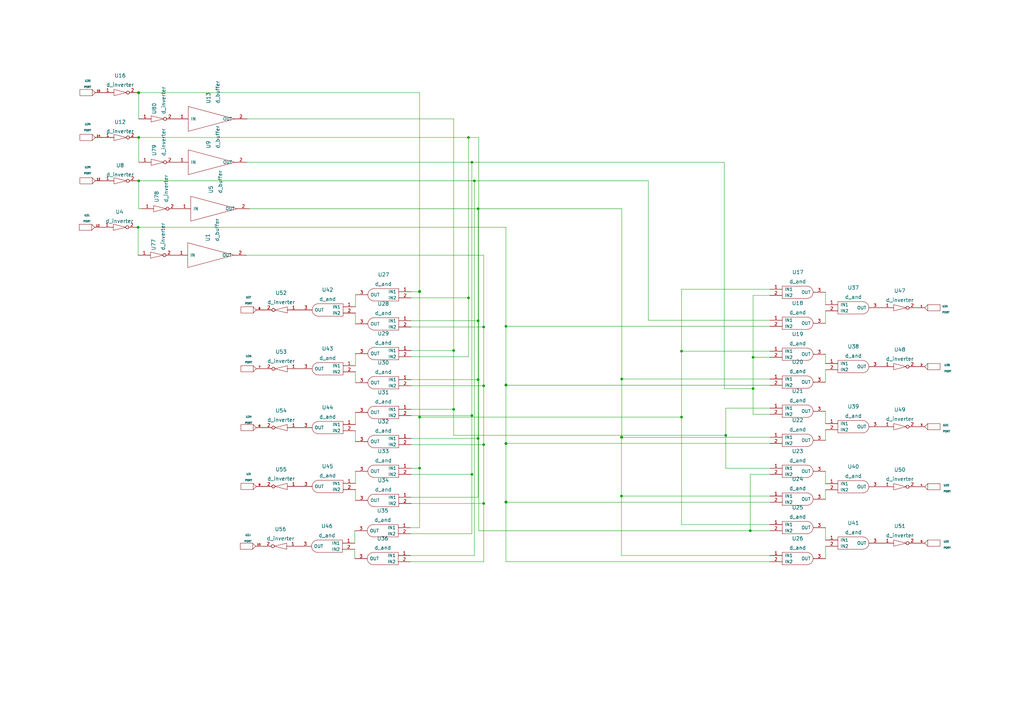
<source format=kicad_sch>
(kicad_sch (version 20211123) (generator eeschema)
  (paper "A3")
  (lib_symbols
    (symbol "eSim_Digital:d_and" (pin_names (offset 1.016))
      (property "Reference" "U" (at 0 0 0))
      (property "Value" "d_and" (at 1.27 2.54 0))
      (symbol "d_and_0_1"
        (polyline (pts (xy 3.81 -1.27) (xy -6.35 -1.27) (xy -6.35 3.81) (xy 3.81 3.81)))
        (arc (start 3.81 -1.27) (mid 5.5897 -0.5171) (end 6.35 1.27))
        (arc (start 6.35 1.27) (mid 5.5971 3.0497) (end 3.81 3.81))
      )
      (symbol "d_and_1_1"
        (pin input line (at -11.43 2.54 0) (length 5.08) (name "IN1") (number "1"))
        (pin input line (at -11.43 0 0) (length 5.08) (name "IN2") (number "2"))
        (pin output line (at 11.43 1.27 180) (length 5.08) (name "OUT") (number "3"))
      )
    )
    (symbol "eSim_Digital:d_buffer" (pin_names (offset 1.016))
      (property "Reference" "U" (at 0 -1.27 0))
      (property "Value" "d_buffer" (at 0 1.27 0))
      (symbol "d_buffer_0_1"
        (polyline (pts (xy -7.62 5.08) (xy -7.62 -5.08) (xy 11.43 0) (xy -7.62 5.08)))
      )
      (symbol "d_buffer_1_1"
        (pin input line (at -12.7 0 0) (length 5.08) (name "IN") (number "1"))
        (pin output line (at 16.51 0 180) (length 5.08) (name "OUT") (number "2"))
      )
    )
    (symbol "eSim_Digital:d_inverter" (pin_names (offset 1.016))
      (property "Reference" "U" (at 0 -2.54 0))
      (property "Value" "d_inverter" (at 0 3.81 0))
      (symbol "d_inverter_0_1"
        (polyline (pts (xy -2.54 1.27) (xy -2.54 -1.27) (xy 2.54 0) (xy -2.54 1.27)))
      )
      (symbol "d_inverter_1_1"
        (pin input line (at -7.62 0 0) (length 5.08) (name "~") (number "1"))
        (pin output inverted (at 7.62 0 180) (length 5.08) (name "~") (number "2"))
      )
    )
    (symbol "eSim_Miscellaneous:PORT" (pin_names (offset 1.016))
      (property "Reference" "U" (at 1.27 2.54 0))
      (property "Value" "PORT" (at 0 0 0))
      (symbol "PORT_0_1"
        (rectangle (start -2.54 1.27) (end 2.54 -1.27))
        (arc (start 2.54 1.27) (mid 3.1355 0.5955) (end 3.81 0))
        (arc (start 3.81 0) (mid 3.1447 -0.6046) (end 2.54 -1.27))
      )
      (symbol "PORT_1_1"
        (pin bidirectional line (at 6.35 0 180) (length 2.54) (name "~") (number "1"))
      )
      (symbol "PORT_2_1"
        (pin bidirectional line (at 6.35 0 180) (length 2.54) (name "~") (number "2"))
      )
      (symbol "PORT_3_1"
        (pin bidirectional line (at 6.35 0 180) (length 2.54) (name "~") (number "3"))
      )
      (symbol "PORT_4_1"
        (pin bidirectional line (at 6.35 0 180) (length 2.54) (name "~") (number "4"))
      )
      (symbol "PORT_5_1"
        (pin bidirectional line (at 6.35 0 180) (length 2.54) (name "~") (number "5"))
      )
      (symbol "PORT_6_1"
        (pin bidirectional line (at 6.35 0 180) (length 2.54) (name "~") (number "6"))
      )
      (symbol "PORT_7_1"
        (pin bidirectional line (at 6.35 0 180) (length 2.54) (name "~") (number "7"))
      )
      (symbol "PORT_8_1"
        (pin bidirectional line (at 6.35 0 180) (length 2.54) (name "~") (number "8"))
      )
      (symbol "PORT_9_1"
        (pin bidirectional line (at 6.35 0 180) (length 2.54) (name "~") (number "9"))
      )
      (symbol "PORT_10_1"
        (pin bidirectional line (at 6.35 0 180) (length 2.54) (name "~") (number "10"))
      )
      (symbol "PORT_11_1"
        (pin bidirectional line (at 6.35 0 180) (length 2.54) (name "~") (number "11"))
      )
      (symbol "PORT_12_1"
        (pin bidirectional line (at 6.35 0 180) (length 2.54) (name "~") (number "12"))
      )
      (symbol "PORT_13_1"
        (pin bidirectional line (at 6.35 0 180) (length 2.54) (name "~") (number "13"))
      )
      (symbol "PORT_14_1"
        (pin bidirectional line (at 6.35 0 180) (length 2.54) (name "~") (number "14"))
      )
      (symbol "PORT_15_1"
        (pin bidirectional line (at 6.35 0 180) (length 2.54) (name "~") (number "15"))
      )
      (symbol "PORT_16_1"
        (pin bidirectional line (at 6.35 0 180) (length 2.54) (name "~") (number "16"))
      )
      (symbol "PORT_17_1"
        (pin bidirectional line (at 6.35 0 180) (length 2.54) (name "~") (number "17"))
      )
      (symbol "PORT_18_1"
        (pin bidirectional line (at 6.35 0 180) (length 2.54) (name "~") (number "18"))
      )
      (symbol "PORT_19_1"
        (pin bidirectional line (at 6.35 0 180) (length 2.54) (name "~") (number "19"))
      )
      (symbol "PORT_20_1"
        (pin bidirectional line (at 6.35 0 180) (length 2.54) (name "~") (number "20"))
      )
      (symbol "PORT_21_1"
        (pin bidirectional line (at 6.35 0 180) (length 2.54) (name "~") (number "21"))
      )
      (symbol "PORT_22_1"
        (pin bidirectional line (at 6.35 0 180) (length 2.54) (name "~") (number "22"))
      )
      (symbol "PORT_23_1"
        (pin bidirectional line (at 6.35 0 180) (length 2.54) (name "~") (number "23"))
      )
      (symbol "PORT_24_1"
        (pin bidirectional line (at 6.35 0 180) (length 2.54) (name "~") (number "24"))
      )
      (symbol "PORT_25_1"
        (pin bidirectional line (at 6.35 0 180) (length 2.54) (name "~") (number "25"))
      )
      (symbol "PORT_26_1"
        (pin bidirectional line (at 6.35 0 180) (length 2.54) (name "~") (number "26"))
      )
    )
  )
  (junction (at 186.055 143.764))
  (junction (at 56.896 74.168))
  (junction (at 279.527 171.069))
  (junction (at 255.016 155.448))
  (junction (at 172.085 119.507))
  (junction (at 307.721 217.678))
  (junction (at 196.088 155.702))
  (junction (at 56.896 37.973))
  (junction (at 279.527 144.018))
  (junction (at 196.088 131.572))
  (junction (at 198.374 134.112))
  (junction (at 193.548 194.564))
  (junction (at 308.864 159.385))
  (junction (at 172.085 192.024))
  (junction (at 254.889 203.454))
  (junction (at 194.564 74.168))
  (junction (at 207.518 157.988))
  (junction (at 56.769 37.973))
  (junction (at 56.642 93.218))
  (junction (at 255.016 179.324))
  (junction (at 198.374 182.372))
  (junction (at 297.688 178.562))
  (junction (at 207.518 205.994))
  (junction (at 198.374 158.242))
  (junction (at 192.151 56.388))
  (junction (at 56.896 56.388))
  (junction (at 254.889 179.324))
  (junction (at 198.374 206.502))
  (junction (at 207.518 205.867))
  (junction (at 172.085 171.069))
  (junction (at 308.864 146.558))
  (junction (at 196.088 85.598))
  (junction (at 193.548 66.548))
  (junction (at 193.548 170.434))
  (junction (at 192.151 122.174))
  (junction (at 172.085 119.634))
  (junction (at 207.518 181.864))
  (junction (at 207.518 181.991))
  (junction (at 186.055 167.894))
  (junction (at 196.088 179.832))
  (junction (at 207.518 157.861))
  (junction (at 207.518 133.858))
  (junction (at 56.896 38.1))
  (wire (pts (xy 56.896 56.388) (xy 56.896 66.548)))
  (wire (pts (xy 297.688 167.386) (xy 297.688 178.562)))
  (wire (pts (xy 338.582 176.276) (xy 338.582 180.594)))
  (wire (pts (xy 255.016 155.448) (xy 255.016 179.324)))
  (wire (pts (xy 56.896 74.168) (xy 194.564 74.168)))
  (wire (pts (xy 338.582 151.638) (xy 338.582 156.718)))
  (wire (pts (xy 193.548 66.548) (xy 297.053 66.548)))
  (wire (pts (xy 168.656 122.174) (xy 192.151 122.174)))
  (wire (pts (xy 196.342 217.678) (xy 307.721 217.678)))
  (wire (pts (xy 315.722 121.158) (xy 308.864 121.158)))
  (wire (pts (xy 168.656 179.832) (xy 196.088 179.832)))
  (wire (pts (xy 196.088 85.598) (xy 196.088 131.572)))
  (wire (pts (xy 56.896 85.598) (xy 57.912 85.598)))
  (wire (pts (xy 168.402 218.948) (xy 193.548 218.948)))
  (wire (pts (xy 297.053 159.385) (xy 297.053 66.548)))
  (wire (pts (xy 145.796 200.787) (xy 145.796 205.232)))
  (wire (pts (xy 315.722 133.858) (xy 207.518 133.858)))
  (wire (pts (xy 56.896 38.1) (xy 56.896 48.768)))
  (wire (pts (xy 193.548 170.434) (xy 193.548 194.564)))
  (wire (pts (xy 145.796 125.857) (xy 145.796 120.904)))
  (wire (pts (xy 192.151 56.388) (xy 192.151 122.174)))
  (wire (pts (xy 145.542 225.298) (xy 145.542 229.108)))
  (wire (pts (xy 168.656 134.112) (xy 198.374 134.112)))
  (wire (pts (xy 308.864 146.558) (xy 315.722 146.558)))
  (wire (pts (xy 198.374 206.502) (xy 198.374 230.378)))
  (wire (pts (xy 145.796 198.247) (xy 145.796 193.294)))
  (wire (pts (xy 207.518 157.861) (xy 207.518 157.988)))
  (wire (pts (xy 168.402 216.408) (xy 172.085 216.408)))
  (wire (pts (xy 279.527 171.069) (xy 279.527 215.138)))
  (wire (pts (xy 168.656 155.702) (xy 196.088 155.702)))
  (wire (pts (xy 168.656 206.502) (xy 198.374 206.502)))
  (wire (pts (xy 198.374 158.242) (xy 198.374 182.372)))
  (wire (pts (xy 194.564 74.168) (xy 265.938 74.168)))
  (wire (pts (xy 56.896 37.973) (xy 56.896 38.1)))
  (wire (pts (xy 315.722 131.318) (xy 265.938 131.318)))
  (wire (pts (xy 338.582 127.508) (xy 338.582 132.588)))
  (wire (pts (xy 186.055 167.894) (xy 186.055 178.562)))
  (wire (pts (xy 338.582 173.736) (xy 338.582 168.656)))
  (wire (pts (xy 315.722 118.618) (xy 279.527 118.618)))
  (wire (pts (xy 279.527 215.138) (xy 315.722 215.138)))
  (wire (pts (xy 193.548 66.548) (xy 193.548 170.434)))
  (wire (pts (xy 56.642 93.218) (xy 207.518 93.218)))
  (wire (pts (xy 56.896 56.388) (xy 192.151 56.388)))
  (wire (pts (xy 196.088 85.598) (xy 255.016 85.598)))
  (wire (pts (xy 186.055 48.768) (xy 186.055 143.764)))
  (wire (pts (xy 168.656 170.434) (xy 193.548 170.434)))
  (wire (pts (xy 297.688 178.562) (xy 297.688 192.024)))
  (wire (pts (xy 194.564 74.168) (xy 194.564 227.838)))
  (wire (pts (xy 315.722 181.864) (xy 207.518 181.864)))
  (wire (pts (xy 56.769 37.973) (xy 56.896 37.973)))
  (wire (pts (xy 198.374 104.648) (xy 101.092 104.648)))
  (wire (pts (xy 168.656 158.242) (xy 198.374 158.242)))
  (wire (pts (xy 145.796 152.527) (xy 145.796 156.972)))
  (wire (pts (xy 168.656 194.564) (xy 193.548 194.564)))
  (wire (pts (xy 307.721 194.564) (xy 307.721 217.678)))
  (wire (pts (xy 196.342 217.678) (xy 196.342 56.388)))
  (wire (pts (xy 56.642 93.218) (xy 56.642 104.648)))
  (wire (pts (xy 168.402 230.378) (xy 198.374 230.378)))
  (wire (pts (xy 145.542 217.678) (xy 145.542 222.758)))
  (wire (pts (xy 168.656 182.372) (xy 198.374 182.372)))
  (wire (pts (xy 101.346 66.548) (xy 193.548 66.548)))
  (wire (pts (xy 172.085 171.069) (xy 172.085 119.634)))
  (wire (pts (xy 198.374 182.372) (xy 198.374 206.502)))
  (wire (pts (xy 168.656 143.764) (xy 186.055 143.764)))
  (wire (pts (xy 168.656 146.304) (xy 192.151 146.304)))
  (wire (pts (xy 255.016 179.324) (xy 315.722 179.324)))
  (wire (pts (xy 145.796 176.657) (xy 145.796 181.102)))
  (wire (pts (xy 172.085 119.507) (xy 172.085 119.634)))
  (wire (pts (xy 279.527 144.018) (xy 279.527 171.069)))
  (wire (pts (xy 196.088 179.832) (xy 196.088 203.962)))
  (wire (pts (xy 186.055 143.764) (xy 186.055 167.894)))
  (wire (pts (xy 338.582 119.888) (xy 338.582 124.968)))
  (wire (pts (xy 193.548 194.564) (xy 193.548 218.948)))
  (wire (pts (xy 207.518 230.378) (xy 315.722 230.378)))
  (wire (pts (xy 168.656 131.572) (xy 196.088 131.572)))
  (wire (pts (xy 307.721 217.678) (xy 315.722 217.678)))
  (wire (pts (xy 338.582 193.294) (xy 338.582 198.374)))
  (wire (pts (xy 254.889 179.324) (xy 255.016 179.324)))
  (wire (pts (xy 279.527 118.618) (xy 279.527 144.018)))
  (wire (pts (xy 145.796 128.397) (xy 145.796 132.842)))
  (wire (pts (xy 255.016 85.598) (xy 255.016 155.448)))
  (wire (pts (xy 315.722 157.988) (xy 207.518 157.988)))
  (wire (pts (xy 279.527 144.018) (xy 315.722 144.018)))
  (wire (pts (xy 254.889 203.454) (xy 315.722 203.454)))
  (wire (pts (xy 308.864 159.385) (xy 308.864 169.926)))
  (wire (pts (xy 308.864 146.558) (xy 308.864 159.385)))
  (wire (pts (xy 338.582 224.028) (xy 338.582 229.108)))
  (wire (pts (xy 315.722 194.564) (xy 307.721 194.564)))
  (wire (pts (xy 279.527 171.069) (xy 172.085 171.069)))
  (wire (pts (xy 168.656 119.634) (xy 172.085 119.634)))
  (wire (pts (xy 56.896 74.168) (xy 56.896 85.598)))
  (wire (pts (xy 198.374 104.648) (xy 198.374 134.112)))
  (wire (pts (xy 254.889 179.324) (xy 254.889 203.454)))
  (wire (pts (xy 56.896 37.973) (xy 172.085 37.973)))
  (wire (pts (xy 172.085 216.408) (xy 172.085 192.024)))
  (wire (pts (xy 254.889 203.454) (xy 254.889 227.838)))
  (wire (pts (xy 255.016 155.448) (xy 315.722 155.448)))
  (wire (pts (xy 196.088 131.572) (xy 196.088 155.702)))
  (wire (pts (xy 308.864 169.926) (xy 315.722 169.926)))
  (wire (pts (xy 102.362 85.598) (xy 196.088 85.598)))
  (wire (pts (xy 207.518 181.864) (xy 207.518 181.991)))
  (wire (pts (xy 186.055 167.894) (xy 168.656 167.894)))
  (wire (pts (xy 207.518 93.218) (xy 207.518 133.858)))
  (wire (pts (xy 168.656 192.024) (xy 172.085 192.024)))
  (wire (pts (xy 198.374 134.112) (xy 198.374 158.242)))
  (wire (pts (xy 207.518 205.867) (xy 207.518 205.994)))
  (wire (pts (xy 254.889 227.838) (xy 315.722 227.838)))
  (wire (pts (xy 192.151 56.388) (xy 196.342 56.388)))
  (wire (pts (xy 207.518 157.988) (xy 207.518 181.864)))
  (wire (pts (xy 207.518 133.858) (xy 207.518 157.861)))
  (wire (pts (xy 192.151 122.174) (xy 192.151 146.304)))
  (wire (pts (xy 196.088 155.702) (xy 196.088 179.832)))
  (wire (pts (xy 145.796 149.987) (xy 145.796 145.034)))
  (wire (pts (xy 172.085 192.024) (xy 172.085 171.069)))
  (wire (pts (xy 101.346 48.768) (xy 186.055 48.768)))
  (wire (pts (xy 168.402 227.838) (xy 194.564 227.838)))
  (wire (pts (xy 338.582 216.408) (xy 338.582 221.488)))
  (wire (pts (xy 308.864 159.385) (xy 297.053 159.385)))
  (wire (pts (xy 338.582 200.914) (xy 338.582 204.724)))
  (wire (pts (xy 308.864 121.158) (xy 308.864 146.558)))
  (wire (pts (xy 196.088 203.962) (xy 168.656 203.962)))
  (wire (pts (xy 172.085 119.507) (xy 172.085 37.973)))
  (wire (pts (xy 207.518 181.991) (xy 207.518 205.867)))
  (wire (pts (xy 145.796 174.117) (xy 145.796 169.164)))
  (wire (pts (xy 315.722 205.994) (xy 207.518 205.994)))
  (wire (pts (xy 338.582 149.098) (xy 338.582 145.288)))
  (wire (pts (xy 297.688 178.562) (xy 186.055 178.562)))
  (wire (pts (xy 297.688 167.386) (xy 315.722 167.386)))
  (wire (pts (xy 207.518 205.994) (xy 207.518 230.378)))
  (wire (pts (xy 265.938 74.168) (xy 265.938 131.318)))
  (wire (pts (xy 297.688 192.024) (xy 315.722 192.024)))
  (symbol (lib_id "eSim_Digital:d_inverter") (at 369.062 199.644 0) (unit 1)
    (property "Reference" "U50" (at 369.062 192.659 0) (effects (font (size 1.524 1.524))))
    (property "Value" "d_inverter" (at 369.062 196.469 0) (effects (font (size 1.524 1.524))))
  )
  (symbol (lib_id "eSim_Digital:d_and") (at 327.152 146.558 0) (unit 1)
    (property "Reference" "U19" (at 327.152 137.033 0) (effects (font (size 1.524 1.524))))
    (property "Value" "d_and" (at 327.152 140.843 0) (effects (font (size 1.524 1.524))))
  )
  (symbol (lib_id "eSim_Digital:d_and") (at 134.366 176.657 0) (mirror y) (unit 1)
    (property "Reference" "U44" (at 134.366 167.132 0) (effects (font (size 1.524 1.524))))
    (property "Value" "d_and" (at 134.366 170.942 0) (effects (font (size 1.524 1.524))))
  )
  (symbol (lib_id "eSim_Digital:d_and") (at 327.152 205.994 0) (unit 1)
    (property "Reference" "U24" (at 327.152 196.469 0) (effects (font (size 1.524 1.524))))
    (property "Value" "d_and" (at 327.152 200.279 0) (effects (font (size 1.524 1.524))))
  )
  (symbol (lib_id "eSim_Miscellaneous:PORT") (at 383.032 222.758 180) (unit 5)
    (property "Reference" "U2" (at 386.969 222.123 0) (effects (font (size 0.762 0.762)) (justify right)))
    (property "Value" "PORT" (at 386.969 224.663 0) (effects (font (size 0.762 0.762)) (justify right)))
  )
  (symbol (lib_id "eSim_Miscellaneous:PORT") (at 35.306 37.973 0) (unit 15)
    (property "Reference" "U2" (at 35.941 33.147 0) (effects (font (size 0.762 0.762))))
    (property "Value" "PORT" (at 35.941 35.687 0) (effects (font (size 0.762 0.762))))
  )
  (symbol (lib_id "eSim_Digital:d_and") (at 327.152 181.864 0) (unit 1)
    (property "Reference" "U22" (at 327.152 172.339 0) (effects (font (size 1.524 1.524))))
    (property "Value" "d_and" (at 327.152 176.149 0) (effects (font (size 1.524 1.524))))
  )
  (symbol (lib_id "eSim_Digital:d_and") (at 350.012 151.638 0) (unit 1)
    (property "Reference" "U38" (at 350.012 142.113 0) (effects (font (size 1.524 1.524))))
    (property "Value" "d_and" (at 350.012 145.923 0) (effects (font (size 1.524 1.524))))
  )
  (symbol (lib_id "eSim_Miscellaneous:PORT") (at 101.346 199.517 0) (unit 9)
    (property "Reference" "U2" (at 101.981 194.437 0) (effects (font (size 0.762 0.762))))
    (property "Value" "PORT" (at 101.981 196.977 0) (effects (font (size 0.762 0.762))))
  )
  (symbol (lib_id "eSim_Miscellaneous:PORT") (at 383.032 126.238 180) (unit 1)
    (property "Reference" "U2" (at 386.461 125.603 0) (effects (font (size 0.762 0.762)) (justify right)))
    (property "Value" "PORT" (at 386.461 128.143 0) (effects (font (size 0.762 0.762)) (justify right)))
  )
  (symbol (lib_id "eSim_Miscellaneous:PORT") (at 35.306 74.168 0) (unit 13)
    (property "Reference" "U2" (at 35.941 68.58 0) (effects (font (size 0.762 0.762))))
    (property "Value" "PORT" (at 35.941 71.12 0) (effects (font (size 0.762 0.762))))
  )
  (symbol (lib_id "eSim_Digital:d_inverter") (at 369.062 126.238 0) (unit 1)
    (property "Reference" "U47" (at 369.062 119.253 0) (effects (font (size 1.524 1.524))))
    (property "Value" "d_inverter" (at 369.062 123.063 0) (effects (font (size 1.524 1.524))))
  )
  (symbol (lib_id "eSim_Miscellaneous:PORT") (at 101.346 175.387 0) (unit 8)
    (property "Reference" "U2" (at 101.981 170.942 0) (effects (font (size 0.762 0.762))))
    (property "Value" "PORT" (at 101.981 173.482 0) (effects (font (size 0.762 0.762))))
  )
  (symbol (lib_id "eSim_Digital:d_and") (at 157.226 182.372 0) (mirror y) (unit 1)
    (property "Reference" "U32" (at 157.226 172.847 0) (effects (font (size 1.524 1.524))))
    (property "Value" "d_and" (at 157.226 176.657 0) (effects (font (size 1.524 1.524))))
  )
  (symbol (lib_id "eSim_Miscellaneous:PORT") (at 35.306 56.388 0) (unit 14)
    (property "Reference" "U2" (at 35.941 50.927 0) (effects (font (size 0.762 0.762))))
    (property "Value" "PORT" (at 35.941 53.467 0) (effects (font (size 0.762 0.762))))
  )
  (symbol (lib_id "eSim_Digital:d_buffer") (at 84.836 48.768 0) (unit 1)
    (property "Reference" "U13" (at 85.471 42.545 90) (effects (font (size 1.524 1.524)) (justify left)))
    (property "Value" "d_buffer" (at 89.281 42.545 90) (effects (font (size 1.524 1.524)) (justify left)))
  )
  (symbol (lib_id "eSim_Miscellaneous:PORT") (at 35.052 93.218 0) (unit 12)
    (property "Reference" "U2" (at 35.687 88.265 0) (effects (font (size 0.762 0.762))))
    (property "Value" "PORT" (at 35.687 90.805 0) (effects (font (size 0.762 0.762))))
  )
  (symbol (lib_id "eSim_Digital:d_inverter") (at 115.062 224.028 0) (mirror y) (unit 1)
    (property "Reference" "U56" (at 115.062 217.043 0) (effects (font (size 1.524 1.524))))
    (property "Value" "d_inverter" (at 115.062 220.853 0) (effects (font (size 1.524 1.524))))
  )
  (symbol (lib_id "eSim_Digital:d_inverter") (at 115.316 175.387 0) (mirror y) (unit 1)
    (property "Reference" "U54" (at 115.316 168.402 0) (effects (font (size 1.524 1.524))))
    (property "Value" "d_inverter" (at 115.316 172.212 0) (effects (font (size 1.524 1.524))))
  )
  (symbol (lib_id "eSim_Digital:d_and") (at 156.972 230.378 0) (mirror y) (unit 1)
    (property "Reference" "U36" (at 156.972 220.853 0) (effects (font (size 1.524 1.524))))
    (property "Value" "d_and" (at 156.972 224.663 0) (effects (font (size 1.524 1.524))))
  )
  (symbol (lib_id "eSim_Digital:d_and") (at 327.152 169.926 0) (unit 1)
    (property "Reference" "U21" (at 327.152 160.401 0) (effects (font (size 1.524 1.524))))
    (property "Value" "d_and" (at 327.152 164.211 0) (effects (font (size 1.524 1.524))))
  )
  (symbol (lib_id "eSim_Digital:d_inverter") (at 369.062 222.758 0) (unit 1)
    (property "Reference" "U51" (at 369.062 215.773 0) (effects (font (size 1.524 1.524))))
    (property "Value" "d_inverter" (at 369.062 219.583 0) (effects (font (size 1.524 1.524))))
  )
  (symbol (lib_id "eSim_Miscellaneous:PORT") (at 383.032 175.006 180) (unit 3)
    (property "Reference" "U2" (at 386.715 174.371 0) (effects (font (size 0.762 0.762)) (justify right)))
    (property "Value" "PORT" (at 386.715 176.911 0) (effects (font (size 0.762 0.762)) (justify right)))
  )
  (symbol (lib_id "eSim_Digital:d_and") (at 134.112 225.298 0) (mirror y) (unit 1)
    (property "Reference" "U46" (at 134.112 215.773 0) (effects (font (size 1.524 1.524))))
    (property "Value" "d_and" (at 134.112 219.583 0) (effects (font (size 1.524 1.524))))
  )
  (symbol (lib_id "eSim_Digital:d_inverter") (at 64.262 104.648 0) (unit 1)
    (property "Reference" "U77" (at 62.992 102.743 90) (effects (font (size 1.524 1.524)) (justify left)))
    (property "Value" "d_inverter" (at 66.802 102.743 90) (effects (font (size 1.524 1.524)) (justify left)))
  )
  (symbol (lib_id "eSim_Digital:d_buffer") (at 85.852 85.598 0) (unit 1)
    (property "Reference" "U5" (at 86.487 79.375 90) (effects (font (size 1.524 1.524)) (justify left)))
    (property "Value" "d_buffer" (at 90.297 79.375 90) (effects (font (size 1.524 1.524)) (justify left)))
  )
  (symbol (lib_id "eSim_Digital:d_and") (at 350.012 176.276 0) (unit 1)
    (property "Reference" "U39" (at 350.012 166.751 0) (effects (font (size 1.524 1.524))))
    (property "Value" "d_and" (at 350.012 170.561 0) (effects (font (size 1.524 1.524))))
  )
  (symbol (lib_id "eSim_Digital:d_and") (at 157.226 134.112 0) (mirror y) (unit 1)
    (property "Reference" "U28" (at 157.226 124.587 0) (effects (font (size 1.524 1.524))))
    (property "Value" "d_and" (at 157.226 128.397 0) (effects (font (size 1.524 1.524))))
  )
  (symbol (lib_id "eSim_Digital:d_and") (at 157.226 194.564 0) (mirror y) (unit 1)
    (property "Reference" "U33" (at 157.226 185.039 0) (effects (font (size 1.524 1.524))))
    (property "Value" "d_and" (at 157.226 188.849 0) (effects (font (size 1.524 1.524))))
  )
  (symbol (lib_id "eSim_Miscellaneous:PORT") (at 383.032 150.368 180) (unit 2)
    (property "Reference" "U2" (at 387.223 149.733 0) (effects (font (size 0.762 0.762)) (justify right)))
    (property "Value" "PORT" (at 387.223 152.273 0) (effects (font (size 0.762 0.762)) (justify right)))
  )
  (symbol (lib_id "eSim_Digital:d_inverter") (at 115.316 199.517 0) (mirror y) (unit 1)
    (property "Reference" "U55" (at 115.316 192.532 0) (effects (font (size 1.524 1.524))))
    (property "Value" "d_inverter" (at 115.316 196.342 0) (effects (font (size 1.524 1.524))))
  )
  (symbol (lib_id "eSim_Digital:d_buffer") (at 84.836 66.548 0) (unit 1)
    (property "Reference" "U9" (at 85.471 60.96 90) (effects (font (size 1.524 1.524)) (justify left)))
    (property "Value" "d_buffer" (at 89.281 60.96 90) (effects (font (size 1.524 1.524)) (justify left)))
  )
  (symbol (lib_id "eSim_Digital:d_and") (at 157.226 170.434 0) (mirror y) (unit 1)
    (property "Reference" "U31" (at 157.226 160.909 0) (effects (font (size 1.524 1.524))))
    (property "Value" "d_and" (at 157.226 164.719 0) (effects (font (size 1.524 1.524))))
  )
  (symbol (lib_id "eSim_Digital:d_and") (at 157.226 146.304 0) (mirror y) (unit 1)
    (property "Reference" "U29" (at 157.226 136.779 0) (effects (font (size 1.524 1.524))))
    (property "Value" "d_and" (at 157.226 140.589 0) (effects (font (size 1.524 1.524))))
  )
  (symbol (lib_id "eSim_Miscellaneous:PORT") (at 383.032 199.644 180) (unit 4)
    (property "Reference" "U2" (at 386.969 199.009 0) (effects (font (size 0.762 0.762)) (justify right)))
    (property "Value" "PORT" (at 386.969 201.549 0) (effects (font (size 0.762 0.762)) (justify right)))
  )
  (symbol (lib_id "eSim_Digital:d_inverter") (at 64.516 48.768 0) (unit 1)
    (property "Reference" "U80" (at 63.246 46.863 90) (effects (font (size 1.524 1.524)) (justify left)))
    (property "Value" "d_inverter" (at 67.056 46.863 90) (effects (font (size 1.524 1.524)) (justify left)))
  )
  (symbol (lib_id "eSim_Digital:d_and") (at 327.152 217.678 0) (unit 1)
    (property "Reference" "U25" (at 327.152 208.153 0) (effects (font (size 1.524 1.524))))
    (property "Value" "d_and" (at 327.152 211.963 0) (effects (font (size 1.524 1.524))))
  )
  (symbol (lib_id "eSim_Digital:d_inverter") (at 64.516 66.548 0) (unit 1)
    (property "Reference" "U79" (at 63.246 64.008 90) (effects (font (size 1.524 1.524)) (justify left)))
    (property "Value" "d_inverter" (at 67.056 64.008 90) (effects (font (size 1.524 1.524)) (justify left)))
  )
  (symbol (lib_id "eSim_Digital:d_and") (at 327.152 157.988 0) (unit 1)
    (property "Reference" "U20" (at 327.152 148.463 0) (effects (font (size 1.524 1.524))))
    (property "Value" "d_and" (at 327.152 152.273 0) (effects (font (size 1.524 1.524))))
  )
  (symbol (lib_id "eSim_Digital:d_and") (at 350.012 200.914 0) (unit 1)
    (property "Reference" "U40" (at 350.012 191.389 0) (effects (font (size 1.524 1.524))))
    (property "Value" "d_and" (at 350.012 195.199 0) (effects (font (size 1.524 1.524))))
  )
  (symbol (lib_id "eSim_Digital:d_and") (at 157.226 206.502 0) (mirror y) (unit 1)
    (property "Reference" "U34" (at 157.226 196.977 0) (effects (font (size 1.524 1.524))))
    (property "Value" "d_and" (at 157.226 200.787 0) (effects (font (size 1.524 1.524))))
  )
  (symbol (lib_id "eSim_Digital:d_inverter") (at 115.316 127.127 0) (mirror y) (unit 1)
    (property "Reference" "U52" (at 115.316 120.142 0) (effects (font (size 1.524 1.524))))
    (property "Value" "d_inverter" (at 115.316 123.952 0) (effects (font (size 1.524 1.524))))
  )
  (symbol (lib_id "eSim_Digital:d_and") (at 134.366 200.787 0) (mirror y) (unit 1)
    (property "Reference" "U45" (at 134.366 191.262 0) (effects (font (size 1.524 1.524))))
    (property "Value" "d_and" (at 134.366 195.072 0) (effects (font (size 1.524 1.524))))
  )
  (symbol (lib_id "eSim_Digital:d_inverter") (at 49.022 93.218 0) (unit 1)
    (property "Reference" "U4" (at 49.022 86.868 0) (effects (font (size 1.524 1.524))))
    (property "Value" "d_inverter" (at 49.022 90.678 0) (effects (font (size 1.524 1.524))))
  )
  (symbol (lib_id "eSim_Digital:d_and") (at 134.366 128.397 0) (mirror y) (unit 1)
    (property "Reference" "U42" (at 134.366 118.872 0) (effects (font (size 1.524 1.524))))
    (property "Value" "d_and" (at 134.366 122.682 0) (effects (font (size 1.524 1.524))))
  )
  (symbol (lib_id "eSim_Digital:d_and") (at 350.012 127.508 0) (unit 1)
    (property "Reference" "U37" (at 350.012 117.983 0) (effects (font (size 1.524 1.524))))
    (property "Value" "d_and" (at 350.012 121.793 0) (effects (font (size 1.524 1.524))))
  )
  (symbol (lib_id "eSim_Digital:d_and") (at 157.226 158.242 0) (mirror y) (unit 1)
    (property "Reference" "U30" (at 157.226 148.717 0) (effects (font (size 1.524 1.524))))
    (property "Value" "d_and" (at 157.226 152.527 0) (effects (font (size 1.524 1.524))))
  )
  (symbol (lib_id "eSim_Digital:d_and") (at 156.972 218.948 0) (mirror y) (unit 1)
    (property "Reference" "U35" (at 156.972 209.423 0) (effects (font (size 1.524 1.524))))
    (property "Value" "d_and" (at 156.972 213.233 0) (effects (font (size 1.524 1.524))))
  )
  (symbol (lib_id "eSim_Digital:d_inverter") (at 49.276 74.168 0) (unit 1)
    (property "Reference" "U8" (at 49.276 67.818 0) (effects (font (size 1.524 1.524))))
    (property "Value" "d_inverter" (at 49.276 71.628 0) (effects (font (size 1.524 1.524))))
  )
  (symbol (lib_id "eSim_Digital:d_inverter") (at 369.062 175.006 0) (unit 1)
    (property "Reference" "U49" (at 369.062 168.021 0) (effects (font (size 1.524 1.524))))
    (property "Value" "d_inverter" (at 369.062 171.831 0) (effects (font (size 1.524 1.524))))
  )
  (symbol (lib_id "eSim_Digital:d_inverter") (at 115.316 151.257 0) (mirror y) (unit 1)
    (property "Reference" "U53" (at 115.316 144.272 0) (effects (font (size 1.524 1.524))))
    (property "Value" "d_inverter" (at 115.316 148.082 0) (effects (font (size 1.524 1.524))))
  )
  (symbol (lib_id "eSim_Miscellaneous:PORT") (at 101.346 127.127 0) (unit 6)
    (property "Reference" "U2" (at 101.981 121.92 0) (effects (font (size 0.762 0.762))))
    (property "Value" "PORT" (at 101.981 124.46 0) (effects (font (size 0.762 0.762))))
  )
  (symbol (lib_id "eSim_Digital:d_inverter") (at 49.276 56.388 0) (unit 1)
    (property "Reference" "U12" (at 49.276 50.038 0) (effects (font (size 1.524 1.524))))
    (property "Value" "d_inverter" (at 49.276 53.848 0) (effects (font (size 1.524 1.524))))
  )
  (symbol (lib_id "eSim_Digital:d_and") (at 134.366 152.527 0) (mirror y) (unit 1)
    (property "Reference" "U43" (at 134.366 143.002 0) (effects (font (size 1.524 1.524))))
    (property "Value" "d_and" (at 134.366 146.812 0) (effects (font (size 1.524 1.524))))
  )
  (symbol (lib_id "eSim_Digital:d_and") (at 327.152 194.564 0) (unit 1)
    (property "Reference" "U23" (at 327.152 185.039 0) (effects (font (size 1.524 1.524))))
    (property "Value" "d_and" (at 327.152 188.849 0) (effects (font (size 1.524 1.524))))
  )
  (symbol (lib_id "eSim_Digital:d_and") (at 327.152 121.158 0) (unit 1)
    (property "Reference" "U17" (at 327.279 111.633 0) (effects (font (size 1.524 1.524))))
    (property "Value" "d_and" (at 327.152 115.443 0) (effects (font (size 1.524 1.524))))
  )
  (symbol (lib_id "eSim_Digital:d_inverter") (at 369.062 150.368 0) (unit 1)
    (property "Reference" "U48" (at 369.062 143.383 0) (effects (font (size 1.524 1.524))))
    (property "Value" "d_inverter" (at 369.062 147.193 0) (effects (font (size 1.524 1.524))))
  )
  (symbol (lib_id "eSim_Digital:d_buffer") (at 84.582 104.648 0) (unit 1)
    (property "Reference" "U1" (at 85.217 99.06 90) (effects (font (size 1.524 1.524)) (justify left)))
    (property "Value" "d_buffer" (at 89.027 99.06 90) (effects (font (size 1.524 1.524)) (justify left)))
  )
  (symbol (lib_id "eSim_Miscellaneous:PORT") (at 101.346 151.257 0) (unit 7)
    (property "Reference" "U2" (at 101.981 146.05 0) (effects (font (size 0.762 0.762))))
    (property "Value" "PORT" (at 101.981 148.59 0) (effects (font (size 0.762 0.762))))
  )
  (symbol (lib_id "eSim_Digital:d_and") (at 350.012 224.028 0) (unit 1)
    (property "Reference" "U41" (at 350.012 214.503 0) (effects (font (size 1.524 1.524))))
    (property "Value" "d_and" (at 350.012 218.313 0) (effects (font (size 1.524 1.524))))
  )
  (symbol (lib_id "eSim_Digital:d_and") (at 327.152 230.378 0) (unit 1)
    (property "Reference" "U26" (at 327.152 220.853 0) (effects (font (size 1.524 1.524))))
    (property "Value" "d_and" (at 327.152 224.663 0) (effects (font (size 1.524 1.524))))
  )
  (symbol (lib_id "eSim_Digital:d_inverter") (at 49.276 37.973 0) (unit 1)
    (property "Reference" "U16" (at 49.276 30.988 0) (effects (font (size 1.524 1.524))))
    (property "Value" "d_inverter" (at 49.276 34.798 0) (effects (font (size 1.524 1.524))))
  )
  (symbol (lib_id "eSim_Digital:d_inverter") (at 65.532 85.598 0) (unit 1)
    (property "Reference" "U78" (at 64.262 83.058 90) (effects (font (size 1.524 1.524)) (justify left)))
    (property "Value" "d_inverter" (at 68.072 83.058 90) (effects (font (size 1.524 1.524)) (justify left)))
  )
  (symbol (lib_id "eSim_Miscellaneous:PORT") (at 101.092 224.028 0) (unit 10)
    (property "Reference" "U2" (at 101.727 219.456 0) (effects (font (size 0.762 0.762))))
    (property "Value" "PORT" (at 101.727 221.996 0) (effects (font (size 0.762 0.762))))
  )
  (symbol (lib_id "eSim_Digital:d_and") (at 157.226 122.174 0) (mirror y) (unit 1)
    (property "Reference" "U27" (at 157.353 112.649 0) (effects (font (size 1.524 1.524))))
    (property "Value" "d_and" (at 157.226 116.459 0) (effects (font (size 1.524 1.524))))
  )
  (symbol (lib_id "eSim_Digital:d_and") (at 327.152 133.858 0) (unit 1)
    (property "Reference" "U18" (at 327.152 124.333 0) (effects (font (size 1.524 1.524))))
    (property "Value" "d_and" (at 327.152 128.143 0) (effects (font (size 1.524 1.524))))
  )
)
</source>
